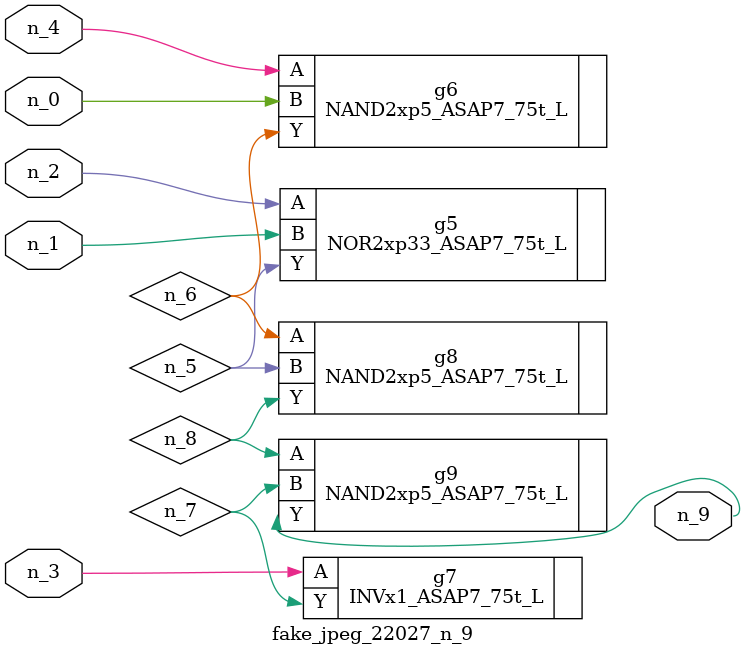
<source format=v>
module fake_jpeg_22027_n_9 (n_3, n_2, n_1, n_0, n_4, n_9);

input n_3;
input n_2;
input n_1;
input n_0;
input n_4;

output n_9;

wire n_8;
wire n_6;
wire n_5;
wire n_7;

NOR2xp33_ASAP7_75t_L g5 ( 
.A(n_2),
.B(n_1),
.Y(n_5)
);

NAND2xp5_ASAP7_75t_L g6 ( 
.A(n_4),
.B(n_0),
.Y(n_6)
);

INVx1_ASAP7_75t_L g7 ( 
.A(n_3),
.Y(n_7)
);

NAND2xp5_ASAP7_75t_L g8 ( 
.A(n_6),
.B(n_5),
.Y(n_8)
);

NAND2xp5_ASAP7_75t_L g9 ( 
.A(n_8),
.B(n_7),
.Y(n_9)
);


endmodule
</source>
